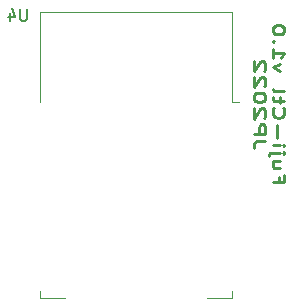
<source format=gbr>
%TF.GenerationSoftware,KiCad,Pcbnew,(6.0.5-0)*%
%TF.CreationDate,2022-06-26T23:43:10+02:00*%
%TF.ProjectId,Fuji-IoT,46756a69-2d49-46f5-942e-6b696361645f,rev?*%
%TF.SameCoordinates,Original*%
%TF.FileFunction,Legend,Bot*%
%TF.FilePolarity,Positive*%
%FSLAX46Y46*%
G04 Gerber Fmt 4.6, Leading zero omitted, Abs format (unit mm)*
G04 Created by KiCad (PCBNEW (6.0.5-0)) date 2022-06-26 23:43:10*
%MOMM*%
%LPD*%
G01*
G04 APERTURE LIST*
%ADD10C,0.250000*%
%ADD11C,0.150000*%
%ADD12C,0.120000*%
G04 APERTURE END LIST*
D10*
X66076428Y-44866666D02*
X66076428Y-45333333D01*
X65552619Y-45333333D02*
X66552619Y-45333333D01*
X66552619Y-44666666D01*
X66219285Y-43533333D02*
X65552619Y-43533333D01*
X66219285Y-44133333D02*
X65695476Y-44133333D01*
X65600238Y-44066666D01*
X65552619Y-43933333D01*
X65552619Y-43733333D01*
X65600238Y-43600000D01*
X65647857Y-43533333D01*
X66219285Y-42866666D02*
X65362142Y-42866666D01*
X65266904Y-42933333D01*
X65219285Y-43066666D01*
X65219285Y-43133333D01*
X66552619Y-42866666D02*
X66505000Y-42933333D01*
X66457380Y-42866666D01*
X66505000Y-42800000D01*
X66552619Y-42866666D01*
X66457380Y-42866666D01*
X65552619Y-42200000D02*
X66219285Y-42200000D01*
X66552619Y-42200000D02*
X66505000Y-42266666D01*
X66457380Y-42200000D01*
X66505000Y-42133333D01*
X66552619Y-42200000D01*
X66457380Y-42200000D01*
X65933571Y-41533333D02*
X65933571Y-40466666D01*
X65647857Y-39000000D02*
X65600238Y-39066666D01*
X65552619Y-39266666D01*
X65552619Y-39400000D01*
X65600238Y-39600000D01*
X65695476Y-39733333D01*
X65790714Y-39800000D01*
X65981190Y-39866666D01*
X66124047Y-39866666D01*
X66314523Y-39800000D01*
X66409761Y-39733333D01*
X66505000Y-39600000D01*
X66552619Y-39400000D01*
X66552619Y-39266666D01*
X66505000Y-39066666D01*
X66457380Y-39000000D01*
X66219285Y-38600000D02*
X66219285Y-38066666D01*
X66552619Y-38400000D02*
X65695476Y-38400000D01*
X65600238Y-38333333D01*
X65552619Y-38200000D01*
X65552619Y-38066666D01*
X65552619Y-37400000D02*
X65600238Y-37533333D01*
X65695476Y-37600000D01*
X66552619Y-37600000D01*
X66219285Y-35933333D02*
X65552619Y-35600000D01*
X66219285Y-35266666D01*
X65552619Y-34000000D02*
X65552619Y-34800000D01*
X65552619Y-34400000D02*
X66552619Y-34400000D01*
X66409761Y-34533333D01*
X66314523Y-34666666D01*
X66266904Y-34800000D01*
X65647857Y-33400000D02*
X65600238Y-33333333D01*
X65552619Y-33400000D01*
X65600238Y-33466666D01*
X65647857Y-33400000D01*
X65552619Y-33400000D01*
X66552619Y-32466666D02*
X66552619Y-32333333D01*
X66505000Y-32200000D01*
X66457380Y-32133333D01*
X66362142Y-32066666D01*
X66171666Y-32000000D01*
X65933571Y-32000000D01*
X65743095Y-32066666D01*
X65647857Y-32133333D01*
X65600238Y-32200000D01*
X65552619Y-32333333D01*
X65552619Y-32466666D01*
X65600238Y-32600000D01*
X65647857Y-32666666D01*
X65743095Y-32733333D01*
X65933571Y-32800000D01*
X66171666Y-32800000D01*
X66362142Y-32733333D01*
X66457380Y-32666666D01*
X66505000Y-32600000D01*
X66552619Y-32466666D01*
X64942619Y-41866666D02*
X64228333Y-41866666D01*
X64085476Y-41933333D01*
X63990238Y-42066666D01*
X63942619Y-42266666D01*
X63942619Y-42400000D01*
X63942619Y-41200000D02*
X64942619Y-41200000D01*
X64942619Y-40666666D01*
X64895000Y-40533333D01*
X64847380Y-40466666D01*
X64752142Y-40400000D01*
X64609285Y-40400000D01*
X64514047Y-40466666D01*
X64466428Y-40533333D01*
X64418809Y-40666666D01*
X64418809Y-41200000D01*
X64847380Y-39866666D02*
X64895000Y-39800000D01*
X64942619Y-39666666D01*
X64942619Y-39333333D01*
X64895000Y-39200000D01*
X64847380Y-39133333D01*
X64752142Y-39066666D01*
X64656904Y-39066666D01*
X64514047Y-39133333D01*
X63942619Y-39933333D01*
X63942619Y-39066666D01*
X64942619Y-38200000D02*
X64942619Y-38066666D01*
X64895000Y-37933333D01*
X64847380Y-37866666D01*
X64752142Y-37800000D01*
X64561666Y-37733333D01*
X64323571Y-37733333D01*
X64133095Y-37800000D01*
X64037857Y-37866666D01*
X63990238Y-37933333D01*
X63942619Y-38066666D01*
X63942619Y-38200000D01*
X63990238Y-38333333D01*
X64037857Y-38400000D01*
X64133095Y-38466666D01*
X64323571Y-38533333D01*
X64561666Y-38533333D01*
X64752142Y-38466666D01*
X64847380Y-38400000D01*
X64895000Y-38333333D01*
X64942619Y-38200000D01*
X64847380Y-37200000D02*
X64895000Y-37133333D01*
X64942619Y-37000000D01*
X64942619Y-36666666D01*
X64895000Y-36533333D01*
X64847380Y-36466666D01*
X64752142Y-36400000D01*
X64656904Y-36400000D01*
X64514047Y-36466666D01*
X63942619Y-37266666D01*
X63942619Y-36400000D01*
X64847380Y-35866666D02*
X64895000Y-35800000D01*
X64942619Y-35666666D01*
X64942619Y-35333333D01*
X64895000Y-35200000D01*
X64847380Y-35133333D01*
X64752142Y-35066666D01*
X64656904Y-35066666D01*
X64514047Y-35133333D01*
X63942619Y-35933333D01*
X63942619Y-35066666D01*
D11*
%TO.C,U4*%
X44761904Y-30652380D02*
X44761904Y-31461904D01*
X44714285Y-31557142D01*
X44666666Y-31604761D01*
X44571428Y-31652380D01*
X44380952Y-31652380D01*
X44285714Y-31604761D01*
X44238095Y-31557142D01*
X44190476Y-31461904D01*
X44190476Y-30652380D01*
X43285714Y-30985714D02*
X43285714Y-31652380D01*
X43523809Y-30604761D02*
X43761904Y-31319047D01*
X43142857Y-31319047D01*
D12*
X62120000Y-55120000D02*
X62120000Y-54500000D01*
X45880000Y-54500000D02*
X45880000Y-55120000D01*
X60000000Y-55120000D02*
X62120000Y-55120000D01*
X45880000Y-55120000D02*
X48000000Y-55120000D01*
X62120000Y-30880000D02*
X45880000Y-30880000D01*
X62120000Y-38500000D02*
X62120000Y-30880000D01*
X45880000Y-30880000D02*
X45880000Y-38500000D01*
X62120000Y-38500000D02*
X62730000Y-38500000D01*
%TD*%
M02*

</source>
